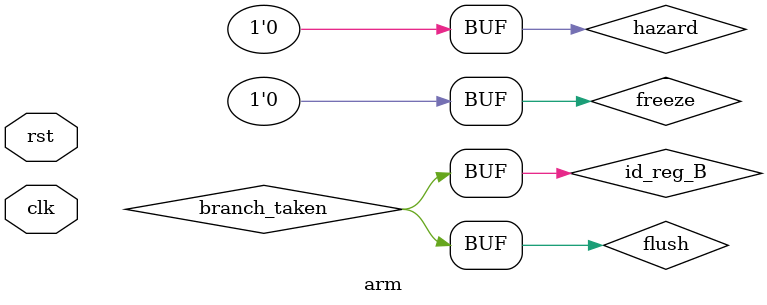
<source format=v>
module arm(
  input clk, rst
);
  
  wire freeze, branch_taken, flush, hazard;

  wire [31:0] if_pc_out, if_instruction_out, if_reg_pc_out, if_reg_instruction_out;
  
  wire id_two_src, id_wb_en, id_mem_read_en, id_mem_write_en, id_S, id_B, id_is_immediate; 
  wire id_reg_WB_EN, id_reg_MEM_R_EN, id_reg_MEM_W_EN, id_reg_B,id_reg_S, id_reg_immediate;
  wire [3:0] id_exe_command, id_rotate_imm, id_dest, id_src2, id_src1;
  wire [3:0] id_reg_EXE_CMD, id_reg_rotate_imm, id_reg_Dest, id_reg_src1, id_reg_src2;
  wire [7:0] id_imm_8, id_reg_immed_8;
  wire [23:0] id_signed_imm, id_reg_Signed_imm_24;
  wire [31:0] id_reg_Val_Rn, id_reg_Val_Rm, id_reg_status_reg;
  wire [31:0] id_pc_out, id_reg_pc_out, id_val_rn, id_val_rm;
  
  wire exe_wb_en, exe_mem_read, exe_mem_write; 
  wire [3:0] exe_dest, exe_status_bits;
  wire [31:0] exe_branch_address, exe_alu_res, exe_val_rm_out;
  wire exe_reg_wb_out, exe_reg_mem_read, exe_reg_mem_write;
  wire [3:0] exe_reg_dest_out;
  wire [31:0] exe_reg_alu_res, exe_reg_val_rm;
  
  wire [31:0] status_reg_out;
  
  wire mem_reg_wb_en, mem_reg_mem_read;
  wire [3:0] mem_reg_dest_out;
  wire [31:0] mem_reg_alu_out, data_mem_out, mem_reg_data_mem_out;
  
  wire [31:0] wb_result;
  wire [3:0] wb_dest;
  wire wb_wb_en;
  
  assign hazard = 1'b0;
  assign freeze = hazard;
  
  assign branch_taken = id_reg_B;
  assign flush = branch_taken;
  
  IF_stage IF(clk, rst, freeze, branch_taken, exe_branch_address, if_pc_out, if_instruction_out);
  IF_stage_reg IF_reg(clk, rst, freeze, flush , if_pc_out, if_instruction_out, if_reg_pc_out, if_reg_instruction_out);
  
  
  ID_Stage ID(
    //inputs
    clk, rst, hazard, wb_wb_en, status_reg_out, wb_dest, if_reg_pc_out, if_reg_instruction_out, wb_result, 
    //outputs
    id_pc_out, id_two_src, id_wb_en, id_mem_read_en, id_mem_write_en, id_S, id_B, id_is_immediate, id_exe_command, 
    id_val_rn, id_val_rm, id_imm_8, id_rotate_imm, id_signed_imm, id_dest, id_src1, id_src2
  );

  ID_Stage_Reg ID_reg(
    //inputs
    clk, rst, flush, id_pc_out, id_wb_en, id_mem_read_en ,id_mem_write_en, id_is_immediate, id_exe_command,
    id_B, id_S, id_val_rn, id_val_rm, id_imm_8, id_rotate_imm, id_signed_imm, id_dest, status_reg_out, id_src1, id_src2,
    //outputs
    id_reg_WB_EN, id_reg_MEM_R_EN, id_reg_MEM_W_EN, id_reg_immediate, id_reg_EXE_CMD, id_reg_B, id_reg_S, id_reg_pc_out,
    id_reg_Val_Rn, id_reg_Val_Rm, id_reg_immed_8, id_reg_rotate_imm, id_reg_Signed_imm_24, id_reg_Dest, id_reg_status_reg, 
    id_reg_src1, id_reg_src2
  );
      
  EXE_Stage EXE(
    //inputs
    clk, rst, id_reg_WB_EN, id_reg_MEM_R_EN, id_reg_MEM_W_EN, id_reg_immediate, id_reg_EXE_CMD, id_reg_rotate_imm, 
    id_reg_Dest, id_reg_immed_8, id_reg_Signed_imm_24, id_reg_pc_out, mux1_val, mux2_val, id_reg_status_reg,
    //outputs
    exe_wb_en, exe_mem_read, exe_mem_write, exe_dest, exe_status_bits, exe_branch_address, exe_alu_res, exe_val_rm_out 
  );

  EXE_Stage_Reg EXE_reg(
    //inputs
    clk, rst, exe_wb_en, exe_mem_read, exe_mem_write, exe_dest, exe_alu_res, mux2_val, 
    //outputs
    exe_reg_wb_out, exe_reg_mem_read, exe_reg_mem_write, exe_reg_dest_out, exe_reg_alu_res, exe_reg_val_rm
  );
    
  Status_Reg s_reg(clk, rst, id_reg_S, exe_status_bits, status_reg_out);
  
  MEM_Stage MEM(clk, exe_reg_mem_read, exe_reg_mem_write, exe_reg_alu_res, exe_reg_val_rm, data_mem_out);

  MEM_Stage_Reg MEM_reg(
    //inputs
    clk, rst, exe_reg_mem_read, exe_reg_wb_out, exe_reg_dest_out, exe_reg_alu_res, data_mem_out, 
    //outputs
    mem_reg_wb_en, mem_reg_mem_read, mem_reg_dest_out, mem_reg_alu_out, mem_reg_data_mem_out
  );

  WB_Stage WB(
    //inputs
    mem_reg_wb_en, mem_reg_mem_read, mem_reg_dest_out, mem_reg_alu_out, mem_reg_data_mem_out, 
    //outputs
    wb_wb_en, wb_dest, wb_result
  );
	
endmodule


</source>
